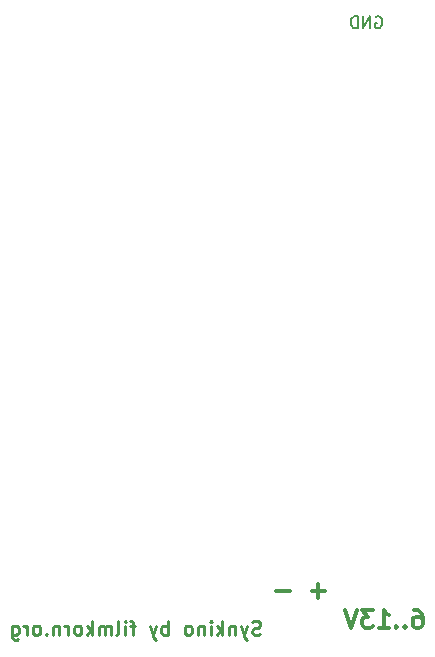
<source format=gbo>
%TF.GenerationSoftware,KiCad,Pcbnew,4.0.7*%
%TF.CreationDate,2018-03-17T21:48:54+01:00*%
%TF.ProjectId,Synkino,53796E6B696E6F2E6B696361645F7063,rev?*%
%TF.FileFunction,Legend,Bot*%
%FSLAX46Y46*%
G04 Gerber Fmt 4.6, Leading zero omitted, Abs format (unit mm)*
G04 Created by KiCad (PCBNEW 4.0.7) date 2018 March 17, Saturday 21:48:54*
%MOMM*%
%LPD*%
G01*
G04 APERTURE LIST*
%ADD10C,0.100000*%
%ADD11C,0.300000*%
%ADD12C,0.250000*%
%ADD13C,0.150000*%
G04 APERTURE END LIST*
D10*
D11*
X113243999Y-103318571D02*
X113529713Y-103318571D01*
X113672570Y-103390000D01*
X113743999Y-103461429D01*
X113886856Y-103675714D01*
X113958285Y-103961429D01*
X113958285Y-104532857D01*
X113886856Y-104675714D01*
X113815428Y-104747143D01*
X113672570Y-104818571D01*
X113386856Y-104818571D01*
X113243999Y-104747143D01*
X113172570Y-104675714D01*
X113101142Y-104532857D01*
X113101142Y-104175714D01*
X113172570Y-104032857D01*
X113243999Y-103961429D01*
X113386856Y-103890000D01*
X113672570Y-103890000D01*
X113815428Y-103961429D01*
X113886856Y-104032857D01*
X113958285Y-104175714D01*
X112458285Y-104675714D02*
X112386857Y-104747143D01*
X112458285Y-104818571D01*
X112529714Y-104747143D01*
X112458285Y-104675714D01*
X112458285Y-104818571D01*
X111743999Y-104675714D02*
X111672571Y-104747143D01*
X111743999Y-104818571D01*
X111815428Y-104747143D01*
X111743999Y-104675714D01*
X111743999Y-104818571D01*
X110243999Y-104818571D02*
X111101142Y-104818571D01*
X110672570Y-104818571D02*
X110672570Y-103318571D01*
X110815427Y-103532857D01*
X110958285Y-103675714D01*
X111101142Y-103747143D01*
X109743999Y-103318571D02*
X108815428Y-103318571D01*
X109315428Y-103890000D01*
X109101142Y-103890000D01*
X108958285Y-103961429D01*
X108886856Y-104032857D01*
X108815428Y-104175714D01*
X108815428Y-104532857D01*
X108886856Y-104675714D01*
X108958285Y-104747143D01*
X109101142Y-104818571D01*
X109529714Y-104818571D01*
X109672571Y-104747143D01*
X109743999Y-104675714D01*
X108386857Y-103318571D02*
X107886857Y-104818571D01*
X107386857Y-103318571D01*
X101560572Y-101707143D02*
X102703429Y-101707143D01*
X104560572Y-101707143D02*
X105703429Y-101707143D01*
X105132000Y-102278571D02*
X105132000Y-101135714D01*
D12*
X100204857Y-105387714D02*
X100033428Y-105444857D01*
X99747714Y-105444857D01*
X99633428Y-105387714D01*
X99576285Y-105330571D01*
X99519142Y-105216286D01*
X99519142Y-105102000D01*
X99576285Y-104987714D01*
X99633428Y-104930571D01*
X99747714Y-104873429D01*
X99976285Y-104816286D01*
X100090571Y-104759143D01*
X100147714Y-104702000D01*
X100204857Y-104587714D01*
X100204857Y-104473429D01*
X100147714Y-104359143D01*
X100090571Y-104302000D01*
X99976285Y-104244857D01*
X99690571Y-104244857D01*
X99519142Y-104302000D01*
X99119142Y-104644857D02*
X98833428Y-105444857D01*
X98547714Y-104644857D02*
X98833428Y-105444857D01*
X98947714Y-105730571D01*
X99004857Y-105787714D01*
X99119142Y-105844857D01*
X98090571Y-104644857D02*
X98090571Y-105444857D01*
X98090571Y-104759143D02*
X98033428Y-104702000D01*
X97919142Y-104644857D01*
X97747714Y-104644857D01*
X97633428Y-104702000D01*
X97576285Y-104816286D01*
X97576285Y-105444857D01*
X97004857Y-105444857D02*
X97004857Y-104244857D01*
X96890571Y-104987714D02*
X96547714Y-105444857D01*
X96547714Y-104644857D02*
X97004857Y-105102000D01*
X96033428Y-105444857D02*
X96033428Y-104644857D01*
X96033428Y-104244857D02*
X96090571Y-104302000D01*
X96033428Y-104359143D01*
X95976285Y-104302000D01*
X96033428Y-104244857D01*
X96033428Y-104359143D01*
X95461999Y-104644857D02*
X95461999Y-105444857D01*
X95461999Y-104759143D02*
X95404856Y-104702000D01*
X95290570Y-104644857D01*
X95119142Y-104644857D01*
X95004856Y-104702000D01*
X94947713Y-104816286D01*
X94947713Y-105444857D01*
X94204856Y-105444857D02*
X94319142Y-105387714D01*
X94376285Y-105330571D01*
X94433428Y-105216286D01*
X94433428Y-104873429D01*
X94376285Y-104759143D01*
X94319142Y-104702000D01*
X94204856Y-104644857D01*
X94033428Y-104644857D01*
X93919142Y-104702000D01*
X93861999Y-104759143D01*
X93804856Y-104873429D01*
X93804856Y-105216286D01*
X93861999Y-105330571D01*
X93919142Y-105387714D01*
X94033428Y-105444857D01*
X94204856Y-105444857D01*
X92376285Y-105444857D02*
X92376285Y-104244857D01*
X92376285Y-104702000D02*
X92261999Y-104644857D01*
X92033428Y-104644857D01*
X91919142Y-104702000D01*
X91861999Y-104759143D01*
X91804856Y-104873429D01*
X91804856Y-105216286D01*
X91861999Y-105330571D01*
X91919142Y-105387714D01*
X92033428Y-105444857D01*
X92261999Y-105444857D01*
X92376285Y-105387714D01*
X91404856Y-104644857D02*
X91119142Y-105444857D01*
X90833428Y-104644857D02*
X91119142Y-105444857D01*
X91233428Y-105730571D01*
X91290571Y-105787714D01*
X91404856Y-105844857D01*
X89633427Y-104644857D02*
X89176284Y-104644857D01*
X89461999Y-105444857D02*
X89461999Y-104416286D01*
X89404856Y-104302000D01*
X89290570Y-104244857D01*
X89176284Y-104244857D01*
X88776285Y-105444857D02*
X88776285Y-104644857D01*
X88776285Y-104244857D02*
X88833428Y-104302000D01*
X88776285Y-104359143D01*
X88719142Y-104302000D01*
X88776285Y-104244857D01*
X88776285Y-104359143D01*
X88033427Y-105444857D02*
X88147713Y-105387714D01*
X88204856Y-105273429D01*
X88204856Y-104244857D01*
X87576285Y-105444857D02*
X87576285Y-104644857D01*
X87576285Y-104759143D02*
X87519142Y-104702000D01*
X87404856Y-104644857D01*
X87233428Y-104644857D01*
X87119142Y-104702000D01*
X87061999Y-104816286D01*
X87061999Y-105444857D01*
X87061999Y-104816286D02*
X87004856Y-104702000D01*
X86890570Y-104644857D01*
X86719142Y-104644857D01*
X86604856Y-104702000D01*
X86547713Y-104816286D01*
X86547713Y-105444857D01*
X85976285Y-105444857D02*
X85976285Y-104244857D01*
X85861999Y-104987714D02*
X85519142Y-105444857D01*
X85519142Y-104644857D02*
X85976285Y-105102000D01*
X84833427Y-105444857D02*
X84947713Y-105387714D01*
X85004856Y-105330571D01*
X85061999Y-105216286D01*
X85061999Y-104873429D01*
X85004856Y-104759143D01*
X84947713Y-104702000D01*
X84833427Y-104644857D01*
X84661999Y-104644857D01*
X84547713Y-104702000D01*
X84490570Y-104759143D01*
X84433427Y-104873429D01*
X84433427Y-105216286D01*
X84490570Y-105330571D01*
X84547713Y-105387714D01*
X84661999Y-105444857D01*
X84833427Y-105444857D01*
X83919142Y-105444857D02*
X83919142Y-104644857D01*
X83919142Y-104873429D02*
X83861999Y-104759143D01*
X83804856Y-104702000D01*
X83690570Y-104644857D01*
X83576285Y-104644857D01*
X83176285Y-104644857D02*
X83176285Y-105444857D01*
X83176285Y-104759143D02*
X83119142Y-104702000D01*
X83004856Y-104644857D01*
X82833428Y-104644857D01*
X82719142Y-104702000D01*
X82661999Y-104816286D01*
X82661999Y-105444857D01*
X82090571Y-105330571D02*
X82033428Y-105387714D01*
X82090571Y-105444857D01*
X82147714Y-105387714D01*
X82090571Y-105330571D01*
X82090571Y-105444857D01*
X81347713Y-105444857D02*
X81461999Y-105387714D01*
X81519142Y-105330571D01*
X81576285Y-105216286D01*
X81576285Y-104873429D01*
X81519142Y-104759143D01*
X81461999Y-104702000D01*
X81347713Y-104644857D01*
X81176285Y-104644857D01*
X81061999Y-104702000D01*
X81004856Y-104759143D01*
X80947713Y-104873429D01*
X80947713Y-105216286D01*
X81004856Y-105330571D01*
X81061999Y-105387714D01*
X81176285Y-105444857D01*
X81347713Y-105444857D01*
X80433428Y-105444857D02*
X80433428Y-104644857D01*
X80433428Y-104873429D02*
X80376285Y-104759143D01*
X80319142Y-104702000D01*
X80204856Y-104644857D01*
X80090571Y-104644857D01*
X79176285Y-104644857D02*
X79176285Y-105616286D01*
X79233428Y-105730571D01*
X79290571Y-105787714D01*
X79404856Y-105844857D01*
X79576285Y-105844857D01*
X79690571Y-105787714D01*
X79176285Y-105387714D02*
X79290571Y-105444857D01*
X79519142Y-105444857D01*
X79633428Y-105387714D01*
X79690571Y-105330571D01*
X79747714Y-105216286D01*
X79747714Y-104873429D01*
X79690571Y-104759143D01*
X79633428Y-104702000D01*
X79519142Y-104644857D01*
X79290571Y-104644857D01*
X79176285Y-104702000D01*
D13*
X109981904Y-53094000D02*
X110077142Y-53046381D01*
X110219999Y-53046381D01*
X110362857Y-53094000D01*
X110458095Y-53189238D01*
X110505714Y-53284476D01*
X110553333Y-53474952D01*
X110553333Y-53617810D01*
X110505714Y-53808286D01*
X110458095Y-53903524D01*
X110362857Y-53998762D01*
X110219999Y-54046381D01*
X110124761Y-54046381D01*
X109981904Y-53998762D01*
X109934285Y-53951143D01*
X109934285Y-53617810D01*
X110124761Y-53617810D01*
X109505714Y-54046381D02*
X109505714Y-53046381D01*
X108934285Y-54046381D01*
X108934285Y-53046381D01*
X108458095Y-54046381D02*
X108458095Y-53046381D01*
X108220000Y-53046381D01*
X108077142Y-53094000D01*
X107981904Y-53189238D01*
X107934285Y-53284476D01*
X107886666Y-53474952D01*
X107886666Y-53617810D01*
X107934285Y-53808286D01*
X107981904Y-53903524D01*
X108077142Y-53998762D01*
X108220000Y-54046381D01*
X108458095Y-54046381D01*
M02*

</source>
